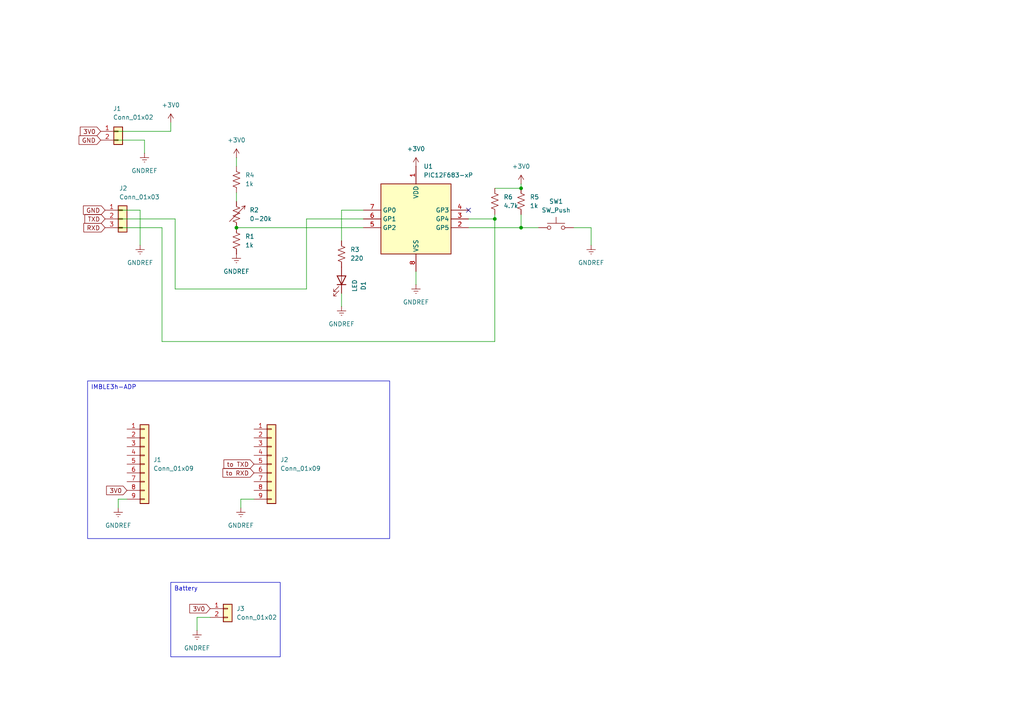
<source format=kicad_sch>
(kicad_sch (version 20231120) (generator "eeschema") (generator_version "8.0")
  (paper "A4")
  (lib_symbols
    (symbol "Connector_Generic:Conn_01x02" (pin_names (offset 1.016) hide)
      (property "Reference" "J" (at 0 2.54 0))
      (property "Value" "Conn_01x02" (at 0 -5.08 0))
      (symbol "Conn_01x02_1_1"
        (rectangle (start -1.27 -2.413) (end 0 -2.667) (stroke (width 0.1524)))
        (rectangle (start -1.27 0.127) (end 0 -0.127) (stroke (width 0.1524)))
        (rectangle (start -1.27 1.27) (end 1.27 -3.81) (stroke (width 0.254)) (fill (type background)))
        (pin passive line (at -5.08 0 0) (length 3.81) (name "Pin_1") (number "1"))
        (pin passive line (at -5.08 -2.54 0) (length 3.81) (name "Pin_2") (number "2"))
      )
    )
    (symbol "Connector_Generic:Conn_01x03" (pin_names (offset 1.016) hide)
      (property "Reference" "J" (at 0 5.08 0))
      (property "Value" "Conn_01x03" (at 0 -5.08 0))
      (symbol "Conn_01x03_1_1"
        (rectangle (start -1.27 -2.413) (end 0 -2.667) (stroke (width 0.1524)))
        (rectangle (start -1.27 0.127) (end 0 -0.127) (stroke (width 0.1524)))
        (rectangle (start -1.27 2.667) (end 0 2.413) (stroke (width 0.1524)))
        (rectangle (start -1.27 3.81) (end 1.27 -3.81) (stroke (width 0.254)) (fill (type background)))
        (pin passive line (at -5.08 2.54 0) (length 3.81) (name "Pin_1") (number "1"))
        (pin passive line (at -5.08 0 0) (length 3.81) (name "Pin_2") (number "2"))
        (pin passive line (at -5.08 -2.54 0) (length 3.81) (name "Pin_3") (number "3"))
      )
    )
    (symbol "Connector_Generic:Conn_01x09" (pin_names (offset 1.016) hide)
      (property "Reference" "J" (at 0 12.7 0))
      (property "Value" "Conn_01x09" (at 0 -12.7 0))
      (symbol "Conn_01x09_1_1"
        (rectangle (start -1.27 -10.033) (end 0 -10.287) (stroke (width 0.1524)))
        (rectangle (start -1.27 -7.493) (end 0 -7.747) (stroke (width 0.1524)))
        (rectangle (start -1.27 -4.953) (end 0 -5.207) (stroke (width 0.1524)))
        (rectangle (start -1.27 -2.413) (end 0 -2.667) (stroke (width 0.1524)))
        (rectangle (start -1.27 0.127) (end 0 -0.127) (stroke (width 0.1524)))
        (rectangle (start -1.27 2.667) (end 0 2.413) (stroke (width 0.1524)))
        (rectangle (start -1.27 5.207) (end 0 4.953) (stroke (width 0.1524)))
        (rectangle (start -1.27 7.747) (end 0 7.493) (stroke (width 0.1524)))
        (rectangle (start -1.27 10.287) (end 0 10.033) (stroke (width 0.1524)))
        (rectangle (start -1.27 11.43) (end 1.27 -11.43) (stroke (width 0.254)) (fill (type background)))
        (pin passive line (at -5.08 10.16 0) (length 3.81) (name "Pin_1") (number "1"))
        (pin passive line (at -5.08 7.62 0) (length 3.81) (name "Pin_2") (number "2"))
        (pin passive line (at -5.08 5.08 0) (length 3.81) (name "Pin_3") (number "3"))
        (pin passive line (at -5.08 2.54 0) (length 3.81) (name "Pin_4") (number "4"))
        (pin passive line (at -5.08 0 0) (length 3.81) (name "Pin_5") (number "5"))
        (pin passive line (at -5.08 -2.54 0) (length 3.81) (name "Pin_6") (number "6"))
        (pin passive line (at -5.08 -5.08 0) (length 3.81) (name "Pin_7") (number "7"))
        (pin passive line (at -5.08 -7.62 0) (length 3.81) (name "Pin_8") (number "8"))
        (pin passive line (at -5.08 -10.16 0) (length 3.81) (name "Pin_9") (number "9"))
      )
    )
    (symbol "Device:LED" (pin_numbers hide) (pin_names (offset 1.016) hide)
      (property "Reference" "D" (at 0 2.54 0))
      (property "Value" "LED" (at 0 -2.54 0))
      (symbol "LED_0_1"
        (polyline (pts (xy -1.27 -1.27) (xy -1.27 1.27)) (stroke (width 0.254)))
        (polyline (pts (xy -1.27 0) (xy 1.27 0)))
        (polyline (pts (xy 1.27 -1.27) (xy 1.27 1.27) (xy -1.27 0) (xy 1.27 -1.27)) (stroke (width 0.254)))
        (polyline (pts (xy -3.048 -0.762) (xy -4.572 -2.286) (xy -3.81 -2.286) (xy -4.572 -2.286) (xy -4.572 -1.524)))
        (polyline (pts (xy -1.778 -0.762) (xy -3.302 -2.286) (xy -2.54 -2.286) (xy -3.302 -2.286) (xy -3.302 -1.524)))
      )
      (symbol "LED_1_1"
        (pin passive line (at -3.81 0 0) (length 2.54) (name "K") (number "1"))
        (pin passive line (at 3.81 0 180) (length 2.54) (name "A") (number "2"))
      )
    )
    (symbol "Device:R_US" (pin_numbers hide) (pin_names (offset 0))
      (property "Reference" "R" (at 2.54 0 90))
      (property "Value" "R_US" (at -2.54 0 90))
      (symbol "R_US_0_1"
        (polyline (pts (xy 0 -2.286) (xy 0 -2.54)))
        (polyline (pts (xy 0 2.286) (xy 0 2.54)))
        (polyline (pts (xy 0 -0.762) (xy 1.016 -1.143) (xy 0 -1.524) (xy -1.016 -1.905) (xy 0 -2.286)))
        (polyline (pts (xy 0 0.762) (xy 1.016 0.381) (xy 0 0) (xy -1.016 -0.381) (xy 0 -0.762)))
        (polyline (pts (xy 0 2.286) (xy 1.016 1.905) (xy 0 1.524) (xy -1.016 1.143) (xy 0 0.762)))
      )
      (symbol "R_US_1_1"
        (pin passive line (at 0 3.81 270) (length 1.27) (name "~") (number "1"))
        (pin passive line (at 0 -3.81 90) (length 1.27) (name "~") (number "2"))
      )
    )
    (symbol "Device:R_Variable_US" (pin_numbers hide) (pin_names (offset 0))
      (property "Reference" "R" (at 2.54 -2.54 90))
      (property "Value" "R_Variable_US" (at -2.54 -1.27 90))
      (symbol "R_Variable_US_0_1"
        (polyline (pts (xy 0 -2.286) (xy 0 -2.54)))
        (polyline (pts (xy 0 2.286) (xy 0 2.54)))
        (polyline (pts (xy 0 -0.762) (xy 1.016 -1.143) (xy 0 -1.524) (xy -1.016 -1.905) (xy 0 -2.286)))
        (polyline (pts (xy 0 0.762) (xy 1.016 0.381) (xy 0 0) (xy -1.016 -0.381) (xy 0 -0.762)))
        (polyline (pts (xy 0 2.286) (xy 1.016 1.905) (xy 0 1.524) (xy -1.016 1.143) (xy 0 0.762)) (stroke (width 0.1524)))
        (polyline (pts (xy 2.286 1.524) (xy 2.54 2.54) (xy 1.524 2.286) (xy 2.54 2.54) (xy -2.032 -2.032)) (stroke (width 0.1524)))
      )
      (symbol "R_Variable_US_1_1"
        (pin passive line (at 0 3.81 270) (length 1.27) (name "~") (number "1"))
        (pin passive line (at 0 -3.81 90) (length 1.27) (name "~") (number "2"))
      )
    )
    (symbol "MCU_Microchip_PIC12:PIC12F683-xP"
      (property "Reference" "U" (at 1.27 13.97 0))
      (property "Value" "PIC12F683-xP" (at 1.27 11.43 0))
      (symbol "PIC12F683-xP_0_1"
        (rectangle (start 10.16 -10.16) (end -10.16 10.16) (stroke (width 0.254)) (fill (type background)))
      )
      (symbol "PIC12F683-xP_1_1"
        (pin power_in line (at 0 15.24 270) (length 5.08) (name "VDD") (number "1"))
        (pin bidirectional line (at 15.24 -2.54 180) (length 5.08) (name "GP5") (number "2"))
        (pin bidirectional line (at 15.24 0 180) (length 5.08) (name "GP4") (number "3"))
        (pin input line (at 15.24 2.54 180) (length 5.08) (name "GP3") (number "4"))
        (pin bidirectional line (at -15.24 -2.54 0) (length 5.08) (name "GP2") (number "5"))
        (pin bidirectional line (at -15.24 0 0) (length 5.08) (name "GP1") (number "6"))
        (pin bidirectional line (at -15.24 2.54 0) (length 5.08) (name "GP0") (number "7"))
        (pin power_in line (at 0 -15.24 90) (length 5.08) (name "VSS") (number "8"))
      )
    )
    (symbol "Switch:SW_Push" (pin_numbers hide) (pin_names (offset 1.016) hide)
      (property "Reference" "SW" (at 1.27 2.54 0))
      (property "Value" "SW_Push" (at 0 -1.524 0))
      (symbol "SW_Push_0_1"
        (circle (center -2.032 0) (radius 0.508))
        (polyline (pts (xy 0 1.27) (xy 0 3.048)))
        (polyline (pts (xy 2.54 1.27) (xy -2.54 1.27)))
        (circle (center 2.032 0) (radius 0.508))
        (pin passive line (at -5.08 0 0) (length 2.54) (name "1") (number "1"))
        (pin passive line (at 5.08 0 180) (length 2.54) (name "2") (number "2"))
      )
    )
    (symbol "power:+3V0" (power) (pin_numbers hide) (pin_names (offset 0) hide)
      (property "Value" "+3V0" (at 0 3.556 0))
      (symbol "+3V0_0_1"
        (polyline (pts (xy -0.762 1.27) (xy 0 2.54)))
        (polyline (pts (xy 0 0) (xy 0 2.54)))
        (polyline (pts (xy 0 2.54) (xy 0.762 1.27)))
      )
      (symbol "+3V0_1_1"
        (pin power_in line (at 0 0 90) (length 0) (name "~") (number "1"))
      )
    )
    (symbol "power:GNDREF" (power) (pin_numbers hide) (pin_names (offset 0) hide)
      (property "Value" "GNDREF" (at 0 -3.81 0))
      (symbol "GNDREF_0_1"
        (polyline (pts (xy -0.635 -1.905) (xy 0.635 -1.905)))
        (polyline (pts (xy -0.127 -2.54) (xy 0.127 -2.54)))
        (polyline (pts (xy 0 -1.27) (xy 0 0)))
        (polyline (pts (xy 1.27 -1.27) (xy -1.27 -1.27)))
      )
      (symbol "GNDREF_1_1"
        (pin power_in line (at 0 0 270) (length 0) (name "~") (number "1"))
      )
    )
  )
  (junction (at 143.51 63.5))
  (junction (at 151.13 54.61))
  (junction (at 151.13 66.04))
  (junction (at 68.58 66.04))
  (no_connect (at 135.89 60.96))
  (wire (pts (xy 34.29 60.96) (xy 40.64 60.96)))
  (wire (pts (xy 68.58 55.88) (xy 68.58 58.42)))
  (wire (pts (xy 33.02 40.64) (xy 41.91 40.64)))
  (wire (pts (xy 151.13 53.34) (xy 151.13 54.61)))
  (wire (pts (xy 34.29 147.32) (xy 34.29 144.78)))
  (wire (pts (xy 41.91 40.64) (xy 41.91 44.45)))
  (wire (pts (xy 34.29 144.78) (xy 36.83 144.78)))
  (wire (pts (xy 120.65 78.74) (xy 120.65 82.55)))
  (wire (pts (xy 68.58 45.72) (xy 68.58 48.26)))
  (wire (pts (xy 151.13 62.23) (xy 151.13 66.04)))
  (wire (pts (xy 99.06 69.85) (xy 99.06 60.96)))
  (wire (pts (xy 46.99 99.06) (xy 46.99 66.04)))
  (wire (pts (xy 34.29 66.04) (xy 46.99 66.04)))
  (wire (pts (xy 143.51 99.06) (xy 46.99 99.06)))
  (wire (pts (xy 50.8 83.82) (xy 50.8 63.5)))
  (wire (pts (xy 135.89 66.04) (xy 151.13 66.04)))
  (wire (pts (xy 143.51 63.5) (xy 143.51 99.06)))
  (wire (pts (xy 88.9 63.5) (xy 105.41 63.5)))
  (wire (pts (xy 57.15 179.07) (xy 57.15 182.88)))
  (wire (pts (xy 88.9 83.82) (xy 50.8 83.82)))
  (wire (pts (xy 99.06 60.96) (xy 105.41 60.96)))
  (wire (pts (xy 73.66 144.78) (xy 69.85 144.78)))
  (wire (pts (xy 60.96 179.07) (xy 57.15 179.07)))
  (wire (pts (xy 88.9 63.5) (xy 88.9 83.82)))
  (wire (pts (xy 99.06 85.09) (xy 99.06 88.9)))
  (wire (pts (xy 40.64 60.96) (xy 40.64 71.12)))
  (wire (pts (xy 49.53 35.56) (xy 49.53 38.1)))
  (wire (pts (xy 143.51 62.23) (xy 143.51 63.5)))
  (wire (pts (xy 166.37 66.04) (xy 171.45 66.04)))
  (wire (pts (xy 143.51 54.61) (xy 151.13 54.61)))
  (wire (pts (xy 33.02 38.1) (xy 49.53 38.1)))
  (wire (pts (xy 135.89 63.5) (xy 143.51 63.5)))
  (wire (pts (xy 34.29 63.5) (xy 50.8 63.5)))
  (wire (pts (xy 151.13 66.04) (xy 156.21 66.04)))
  (wire (pts (xy 68.58 66.04) (xy 105.41 66.04)))
  (wire (pts (xy 69.85 144.78) (xy 69.85 147.32)))
  (wire (pts (xy 171.45 66.04) (xy 171.45 71.12)))
  (text_box "IMBLE3h-ADP" (at 25.4 110.49 0) (size 87.63 45.72) (effects (font (size 1.27 1.27)) (justify left top)))
  (text_box "Battery" (at 49.53 168.91 0) (size 31.75 21.59) (effects (font (size 1.27 1.27)) (justify left top)))
  (global_label "to RXD" (shape input) (at 73.66 137.16 180) (property "Intersheetrefs" "${INTERSHEET_REFS}" (effects (hide yes))))
  (global_label "RXD" (shape input) (at 30.48 66.04 180) (property "Intersheetrefs" "${INTERSHEET_REFS}" (effects (hide yes))))
  (global_label "3V0" (shape input) (at 60.96 176.53 180) (property "Intersheetrefs" "${INTERSHEET_REFS}" (effects (hide yes))))
  (global_label "GND" (shape input) (at 30.48 60.96 180) (property "Intersheetrefs" "${INTERSHEET_REFS}" (effects (hide yes))))
  (global_label "3V0" (shape input) (at 29.21 38.1 180) (property "Intersheetrefs" "${INTERSHEET_REFS}" (effects (hide yes))))
  (global_label "3V0" (shape input) (at 36.83 142.24 180) (property "Intersheetrefs" "${INTERSHEET_REFS}" (effects (hide yes))))
  (global_label "to TXD" (shape input) (at 73.66 134.62 180) (property "Intersheetrefs" "${INTERSHEET_REFS}" (effects (hide yes))))
  (global_label "GND" (shape input) (at 29.21 40.64 180) (property "Intersheetrefs" "${INTERSHEET_REFS}" (effects (hide yes))))
  (global_label "TXD" (shape input) (at 30.48 63.5 180) (property "Intersheetrefs" "${INTERSHEET_REFS}" (effects (hide yes))))
  (symbol (lib_id "power:+3V0") (at 151.13 53.34 0) (unit 1)
    (property "Reference" "#PWR09" (effects (hide yes)))
    (property "Value" "+3V0" (at 151.13 48.26 0))
    (property "Description" "Power symbol creates a global label with name \"+3V0\"" (effects (hide yes)))
  )
  (symbol (lib_id "power:GNDREF") (at 41.91 44.45 0) (unit 1)
    (property "Reference" "#PWR07" (effects (hide yes)))
    (property "Value" "GNDREF" (at 41.91 49.53 0))
    (property "Description" "Power symbol creates a global label with name \"GNDREF\" , reference supply ground" (effects (hide yes)))
  )
  (symbol (lib_id "Connector_Generic:Conn_01x03") (at 35.56 63.5 0) (unit 1)
    (property "Reference" "J2" (at 34.544 54.61 0) (effects (justify left)))
    (property "Value" "Conn_01x03" (at 34.544 57.15 0) (effects (justify left)))
    (property "Description" "Generic connector, single row, 01x03, script generated (kicad-library-utils/schlib/autogen/connector/)" (effects (hide yes)))
  )
  (symbol (lib_id "Device:R_Variable_US") (at 68.58 62.23 0) (unit 1)
    (property "Reference" "R2" (at 72.39 60.9218 0) (effects (justify left)))
    (property "Value" "0-20k" (at 72.39 63.4618 0) (effects (justify left)))
    (property "Description" "Variable resistor, US symbol" (effects (hide yes)))
  )
  (symbol (lib_id "power:GNDREF") (at 57.15 182.88 0) (unit 1)
    (property "Reference" "#PWR013" (effects (hide yes)))
    (property "Value" "GNDREF" (at 57.15 187.96 0))
    (property "Description" "Power symbol creates a global label with name \"GNDREF\" , reference supply ground" (effects (hide yes)))
  )
  (symbol (lib_id "Device:R_US") (at 68.58 69.85 0) (unit 1)
    (property "Reference" "R1" (at 71.12 68.5799 0) (effects (justify left)))
    (property "Value" "1k" (at 71.12 71.1199 0) (effects (justify left)))
    (property "Description" "Resistor, US symbol" (effects (hide yes)))
  )
  (symbol (lib_id "Device:R_US") (at 68.58 52.07 0) (unit 1)
    (property "Reference" "R4" (at 71.12 50.7999 0) (effects (justify left)))
    (property "Value" "1k" (at 71.12 53.3399 0) (effects (justify left)))
    (property "Description" "Resistor, US symbol" (effects (hide yes)))
  )
  (symbol (lib_id "power:GNDREF") (at 171.45 71.12 0) (unit 1)
    (property "Reference" "#PWR03" (effects (hide yes)))
    (property "Value" "GNDREF" (at 171.45 76.2 0))
    (property "Description" "Power symbol creates a global label with name \"GNDREF\" , reference supply ground" (effects (hide yes)))
  )
  (symbol (lib_id "Device:R_US") (at 151.13 58.42 180) (unit 1)
    (property "Reference" "R5" (at 153.67 57.1499 0) (effects (justify right)))
    (property "Value" "1k" (at 153.67 59.6899 0) (effects (justify right)))
    (property "Description" "Resistor, US symbol" (effects (hide yes)))
  )
  (symbol (lib_id "Connector_Generic:Conn_01x09") (at 41.91 134.62 0) (unit 1)
    (property "Reference" "J1" (at 44.45 133.3499 0) (effects (justify left)))
    (property "Value" "Conn_01x09" (at 44.45 135.8899 0) (effects (justify left)))
    (property "Description" "Generic connector, single row, 01x09, script generated (kicad-library-utils/schlib/autogen/connector/)" (effects (hide yes)))
  )
  (symbol (lib_id "power:+3V0") (at 68.58 45.72 0) (unit 1)
    (property "Reference" "#PWR05" (effects (hide yes)))
    (property "Value" "+3V0" (at 68.58 40.64 0))
    (property "Description" "Power symbol creates a global label with name \"+3V0\"" (effects (hide yes)))
  )
  (symbol (lib_id "power:GNDREF") (at 34.29 147.32 0) (unit 1)
    (property "Reference" "#PWR011" (effects (hide yes)))
    (property "Value" "GNDREF" (at 34.29 152.4 0))
    (property "Description" "Power symbol creates a global label with name \"GNDREF\" , reference supply ground" (effects (hide yes)))
  )
  (symbol (lib_id "Switch:SW_Push") (at 161.29 66.04 0) (unit 1)
    (property "Reference" "SW1" (at 161.29 58.42 0))
    (property "Value" "SW_Push" (at 161.29 60.96 0))
    (property "Description" "Push button switch, generic, two pins" (effects (hide yes)))
  )
  (symbol (lib_id "Connector_Generic:Conn_01x09") (at 78.74 134.62 0) (unit 1)
    (property "Reference" "J2" (at 81.28 133.3499 0) (effects (justify left)))
    (property "Value" "Conn_01x09" (at 81.28 135.8899 0) (effects (justify left)))
    (property "Description" "Generic connector, single row, 01x09, script generated (kicad-library-utils/schlib/autogen/connector/)" (effects (hide yes)))
  )
  (symbol (lib_id "power:GNDREF") (at 99.06 88.9 0) (unit 1)
    (property "Reference" "#PWR06" (effects (hide yes)))
    (property "Value" "GNDREF" (at 99.06 93.98 0))
    (property "Description" "Power symbol creates a global label with name \"GNDREF\" , reference supply ground" (effects (hide yes)))
  )
  (symbol (lib_id "Device:R_US") (at 143.51 58.42 0) (unit 1)
    (property "Reference" "R6" (at 146.05 57.1499 0) (effects (justify left)))
    (property "Value" "4.7k" (at 146.05 59.6899 0) (effects (justify left)))
    (property "Description" "Resistor, US symbol" (effects (hide yes)))
  )
  (symbol (lib_id "power:GNDREF") (at 120.65 82.55 0) (unit 1)
    (property "Reference" "#PWR02" (effects (hide yes)))
    (property "Value" "GNDREF" (at 120.65 87.63 0))
    (property "Description" "Power symbol creates a global label with name \"GNDREF\" , reference supply ground" (effects (hide yes)))
  )
  (symbol (lib_id "power:GNDREF") (at 68.58 73.66 0) (unit 1)
    (property "Reference" "#PWR04" (effects (hide yes)))
    (property "Value" "GNDREF" (at 68.58 78.74 0))
    (property "Description" "Power symbol creates a global label with name \"GNDREF\" , reference supply ground" (effects (hide yes)))
  )
  (symbol (lib_id "MCU_Microchip_PIC12:PIC12F683-xP") (at 120.65 63.5 0) (unit 1)
    (property "Reference" "U1" (at 122.8441 48.26 0) (effects (justify left)))
    (property "Value" "PIC12F683-xP" (at 122.8441 50.8 0) (effects (justify left)))
    (property "Footprint" "Package_DIP:DIP-8_W7.62mm" (effects (hide yes)))
    (property "Datasheet" "https://ww1.microchip.com/downloads/en/DeviceDoc/41232D.pdf" (effects (hide yes)))
    (property "Description" "2048W Flash, 128B SRAM, 256B EEPROM, PDIP-8" (effects (hide yes)))
  )
  (symbol (lib_id "Device:R_US") (at 99.06 73.66 0) (unit 1)
    (property "Reference" "R3" (at 101.6 72.3899 0) (effects (justify left)))
    (property "Value" "220" (at 101.6 74.9299 0) (effects (justify left)))
    (property "Description" "Resistor, US symbol" (effects (hide yes)))
  )
  (symbol (lib_id "Connector_Generic:Conn_01x02") (at 66.04 176.53 0) (unit 1)
    (property "Reference" "J3" (at 68.58 176.5299 0) (effects (justify left)))
    (property "Value" "Conn_01x02" (at 68.58 179.0699 0) (effects (justify left)))
    (property "Description" "Generic connector, single row, 01x02, script generated (kicad-library-utils/schlib/autogen/connector/)" (effects (hide yes)))
  )
  (symbol (lib_id "Connector_Generic:Conn_01x02") (at 34.29 38.1 0) (unit 1)
    (property "Reference" "J1" (at 32.766 31.496 0) (effects (justify left)))
    (property "Value" "Conn_01x02" (at 32.766 34.036 0) (effects (justify left)))
    (property "Description" "Generic connector, single row, 01x02, script generated (kicad-library-utils/schlib/autogen/connector/)" (effects (hide yes)))
  )
  (symbol (lib_id "Device:LED") (at 99.06 81.28 270) (mirror x) (unit 1)
    (property "Reference" "D1" (at 105.41 82.8675 0))
    (property "Value" "LED" (at 102.87 82.8675 0))
    (property "Description" "Light emitting diode" (effects (hide yes)))
  )
  (symbol (lib_id "power:+3V0") (at 49.53 35.56 0) (unit 1)
    (property "Reference" "#PWR010" (effects (hide yes)))
    (property "Value" "+3V0" (at 49.53 30.48 0))
    (property "Description" "Power symbol creates a global label with name \"+3V0\"" (effects (hide yes)))
  )
  (symbol (lib_id "power:GNDREF") (at 69.85 147.32 0) (unit 1)
    (property "Reference" "#PWR012" (effects (hide yes)))
    (property "Value" "GNDREF" (at 69.85 152.4 0))
    (property "Description" "Power symbol creates a global label with name \"GNDREF\" , reference supply ground" (effects (hide yes)))
  )
  (symbol (lib_id "power:+3V0") (at 120.65 48.26 0) (unit 1)
    (property "Reference" "#PWR01" (effects (hide yes)))
    (property "Value" "+3V0" (at 120.65 43.18 0))
    (property "Description" "Power symbol creates a global label with name \"+3V0\"" (effects (hide yes)))
  )
  (symbol (lib_id "power:GNDREF") (at 40.64 71.12 0) (unit 1)
    (property "Reference" "#PWR08" (effects (hide yes)))
    (property "Value" "GNDREF" (at 40.64 76.2 0))
    (property "Description" "Power symbol creates a global label with name \"GNDREF\" , reference supply ground" (effects (hide yes)))
  )
)
</source>
